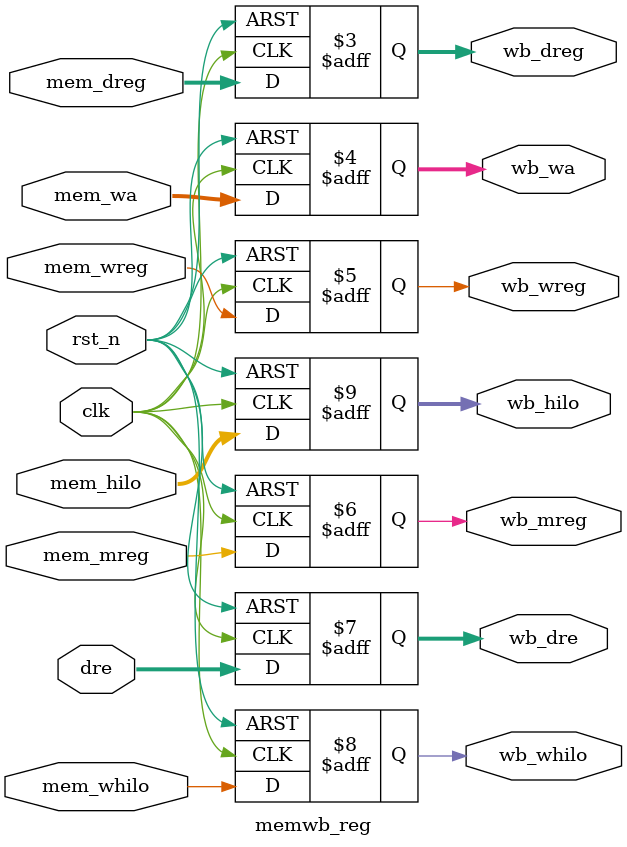
<source format=v>
module memwb_reg(
    input wire clk,
    input wire rst_n,

    input wire [31:0] mem_dreg,      //从寄存器堆读出的数据
    input wire [4:0] mem_wa,       //写回地址
    input wire mem_wreg,     //是否写入寄存器堆
    input wire mem_mreg,     //是否访问寄存器堆
    input wire [3:0] dre,
    input wire mem_whilo,    //是否写入HI/LO寄存器
    input wire [63:0] mem_hilo,    //HI/LO寄存器数据
    output reg [31:0] wb_dreg,
    output reg [4:0] wb_wa,
    output reg wb_wreg,
    output reg wb_mreg,
    output reg [3:0] wb_dre,
    output reg wb_whilo,
    output reg [63:0] wb_hilo
);

always @(posedge clk or negedge rst_n) begin
    if (!rst_n) begin
        wb_dreg   <= 32'b0;
        wb_wa     <= 5'b0;
        wb_wreg   <= 1'b0;
        wb_mreg   <= 1'b0;
        wb_dre    <= 4'b0;
        wb_whilo  <= 1'b0;
        wb_hilo   <= 64'b0;
    end else begin
        wb_dreg   <= mem_dreg;
        wb_wa     <= mem_wa;
        wb_wreg   <= mem_wreg;
        wb_mreg   <= mem_mreg;
        wb_dre    <= dre;
        wb_whilo  <= mem_whilo;
        wb_hilo   <= mem_hilo;
    end
end

endmodule
</source>
